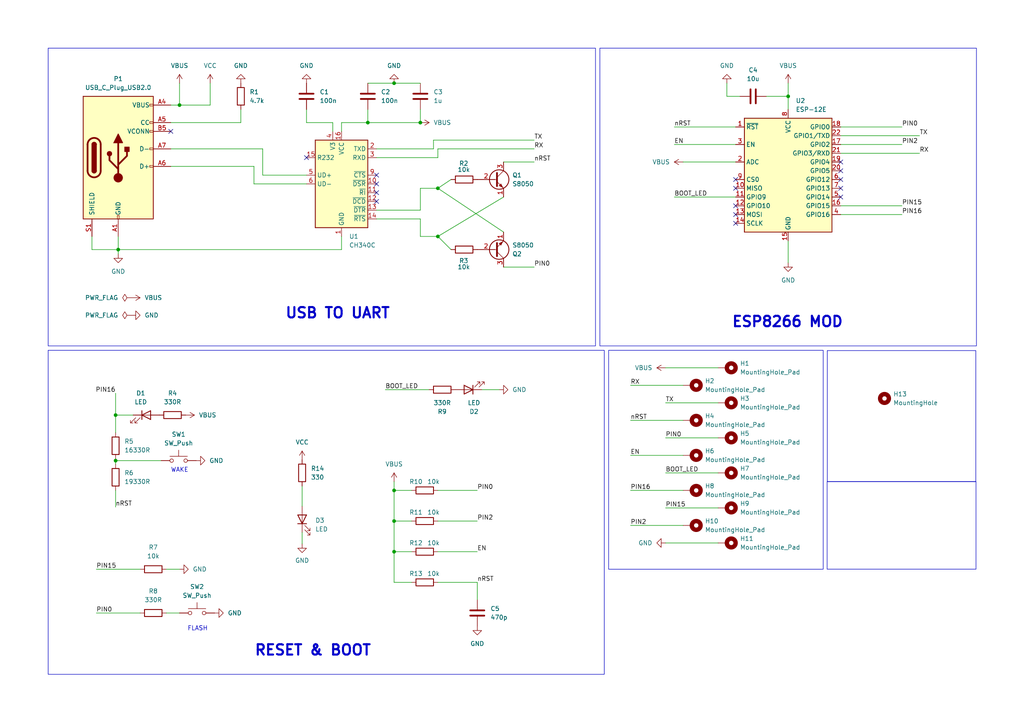
<source format=kicad_sch>
(kicad_sch (version 20230121) (generator eeschema)
  (paper "A4")
  (lib_symbols
    (symbol "Connector:USB_C_Plug_USB2.0" (pin_names (offset 1.016))
      (property "Reference" "P" (at -10.16 19.05 0))
      (property "Value" "USB_C_Plug_USB2.0" (at 12.7 19.05 0))
      (symbol "USB_C_Plug_USB2.0_0_0"
        (rectangle (start -0.254 -17.78) (end 0.254 -16.764))
        (rectangle (start 10.16 -2.286) (end 9.144 -2.794))
        (rectangle (start 10.16 2.794) (end 9.144 2.286))
        (rectangle (start 10.16 7.874) (end 9.144 7.366))
        (rectangle (start 10.16 10.414) (end 9.144 9.906))
        (rectangle (start 10.16 15.494) (end 9.144 14.986))
      )
      (symbol "USB_C_Plug_USB2.0_0_1"
        (rectangle (start -10.16 17.78) (end 10.16 -17.78) (stroke (width 0.254)) (fill (type background)))
        (arc (start -8.89 -3.81) (mid -6.985 -5.7067) (end -5.08 -3.81) (stroke (width 0.508)))
        (arc (start -7.62 -3.81) (mid -6.985 -4.4423) (end -6.35 -3.81) (stroke (width 0.254)))
        (arc (start -7.62 -3.81) (mid -6.985 -4.4423) (end -6.35 -3.81) (stroke (width 0.254)) (fill (type outline)))
        (rectangle (start -7.62 -3.81) (end -6.35 3.81) (stroke (width 0.254)) (fill (type outline)))
        (arc (start -6.35 3.81) (mid -6.985 4.4423) (end -7.62 3.81) (stroke (width 0.254)))
        (arc (start -6.35 3.81) (mid -6.985 4.4423) (end -7.62 3.81) (stroke (width 0.254)) (fill (type outline)))
        (arc (start -5.08 3.81) (mid -6.985 5.7067) (end -8.89 3.81) (stroke (width 0.508)))
        (circle (center -2.54 1.143) (radius 0.635) (stroke (width 0.254)) (fill (type outline)))
        (circle (center 0 -5.842) (radius 1.27) (fill (type outline)))
        (polyline (pts (xy -8.89 -3.81) (xy -8.89 3.81)) (stroke (width 0.508)))
        (polyline (pts (xy -5.08 3.81) (xy -5.08 -3.81)) (stroke (width 0.508)))
        (polyline (pts (xy 0 -5.842) (xy 0 4.318)) (stroke (width 0.508)))
        (polyline (pts (xy 0 -3.302) (xy -2.54 -0.762) (xy -2.54 0.508)) (stroke (width 0.508)))
        (polyline (pts (xy 0 -2.032) (xy 2.54 0.508) (xy 2.54 1.778)) (stroke (width 0.508)))
        (polyline (pts (xy -1.27 4.318) (xy 0 6.858) (xy 1.27 4.318) (xy -1.27 4.318)) (stroke (width 0.254)) (fill (type outline)))
        (rectangle (start 1.905 1.778) (end 3.175 3.048) (stroke (width 0.254)) (fill (type outline)))
      )
      (symbol "USB_C_Plug_USB2.0_1_1"
        (pin passive line (at 0 -22.86 90) (length 5.08) (name "GND") (number "A1"))
        (pin passive line (at 0 -22.86 90) (length 5.08) hide (name "GND") (number "A12"))
        (pin passive line (at 15.24 15.24 180) (length 5.08) (name "VBUS") (number "A4"))
        (pin bidirectional line (at 15.24 10.16 180) (length 5.08) (name "CC") (number "A5"))
        (pin bidirectional line (at 15.24 -2.54 180) (length 5.08) (name "D+") (number "A6"))
        (pin bidirectional line (at 15.24 2.54 180) (length 5.08) (name "D-") (number "A7"))
        (pin passive line (at 15.24 15.24 180) (length 5.08) hide (name "VBUS") (number "A9"))
        (pin passive line (at 0 -22.86 90) (length 5.08) hide (name "GND") (number "B1"))
        (pin passive line (at 0 -22.86 90) (length 5.08) hide (name "GND") (number "B12"))
        (pin passive line (at 15.24 15.24 180) (length 5.08) hide (name "VBUS") (number "B4"))
        (pin bidirectional line (at 15.24 7.62 180) (length 5.08) (name "VCONN") (number "B5"))
        (pin passive line (at 15.24 15.24 180) (length 5.08) hide (name "VBUS") (number "B9"))
        (pin passive line (at -7.62 -22.86 90) (length 5.08) (name "SHIELD") (number "S1"))
      )
    )
    (symbol "Device:C" (pin_numbers hide) (pin_names (offset 0.254))
      (property "Reference" "C" (at 0.635 2.54 0))
      (property "Value" "C" (at 0.635 -2.54 0))
      (symbol "C_0_1"
        (polyline (pts (xy -2.032 -0.762) (xy 2.032 -0.762)) (stroke (width 0.508)))
        (polyline (pts (xy -2.032 0.762) (xy 2.032 0.762)) (stroke (width 0.508)))
      )
      (symbol "C_1_1"
        (pin passive line (at 0 3.81 270) (length 2.794) (name "~") (number "1"))
        (pin passive line (at 0 -3.81 90) (length 2.794) (name "~") (number "2"))
      )
    )
    (symbol "Device:LED" (pin_numbers hide) (pin_names (offset 1.016) hide)
      (property "Reference" "D" (at 0 2.54 0))
      (property "Value" "LED" (at 0 -2.54 0))
      (symbol "LED_0_1"
        (polyline (pts (xy -1.27 -1.27) (xy -1.27 1.27)) (stroke (width 0.254)))
        (polyline (pts (xy -1.27 0) (xy 1.27 0)))
        (polyline (pts (xy 1.27 -1.27) (xy 1.27 1.27) (xy -1.27 0) (xy 1.27 -1.27)) (stroke (width 0.254)))
        (polyline (pts (xy -3.048 -0.762) (xy -4.572 -2.286) (xy -3.81 -2.286) (xy -4.572 -2.286) (xy -4.572 -1.524)))
        (polyline (pts (xy -1.778 -0.762) (xy -3.302 -2.286) (xy -2.54 -2.286) (xy -3.302 -2.286) (xy -3.302 -1.524)))
      )
      (symbol "LED_1_1"
        (pin passive line (at -3.81 0 0) (length 2.54) (name "K") (number "1"))
        (pin passive line (at 3.81 0 180) (length 2.54) (name "A") (number "2"))
      )
    )
    (symbol "Device:R" (pin_numbers hide) (pin_names (offset 0))
      (property "Reference" "R" (at 2.032 0 90))
      (property "Value" "R" (at 0 0 90))
      (symbol "R_0_1"
        (rectangle (start -1.016 -2.54) (end 1.016 2.54) (stroke (width 0.254)))
      )
      (symbol "R_1_1"
        (pin passive line (at 0 3.81 270) (length 1.27) (name "~") (number "1"))
        (pin passive line (at 0 -3.81 90) (length 1.27) (name "~") (number "2"))
      )
    )
    (symbol "Interface_USB:CH340C"
      (property "Reference" "U" (at -5.08 13.97 0))
      (property "Value" "CH340C" (at 1.27 13.97 0))
      (symbol "CH340C_0_1"
        (rectangle (start -7.62 12.7) (end 7.62 -12.7) (stroke (width 0.254)) (fill (type background)))
      )
      (symbol "CH340C_1_1"
        (pin power_in line (at 0 -15.24 90) (length 2.54) (name "GND") (number "1"))
        (pin input line (at 10.16 0 180) (length 2.54) (name "~{DSR}") (number "10"))
        (pin input line (at 10.16 -2.54 180) (length 2.54) (name "~{RI}") (number "11"))
        (pin input line (at 10.16 -5.08 180) (length 2.54) (name "~{DCD}") (number "12"))
        (pin output line (at 10.16 -7.62 180) (length 2.54) (name "~{DTR}") (number "13"))
        (pin output line (at 10.16 -10.16 180) (length 2.54) (name "~{RTS}") (number "14"))
        (pin input line (at -10.16 7.62 0) (length 2.54) (name "R232") (number "15"))
        (pin power_in line (at 0 15.24 270) (length 2.54) (name "VCC") (number "16"))
        (pin output line (at 10.16 10.16 180) (length 2.54) (name "TXD") (number "2"))
        (pin input line (at 10.16 7.62 180) (length 2.54) (name "RXD") (number "3"))
        (pin passive line (at -2.54 15.24 270) (length 2.54) (name "V3") (number "4"))
        (pin bidirectional line (at -10.16 2.54 0) (length 2.54) (name "UD+") (number "5"))
        (pin bidirectional line (at -10.16 0 0) (length 2.54) (name "UD-") (number "6"))
        (pin no_connect line (at -7.62 -7.62 0) (length 2.54) hide (name "NC") (number "7"))
        (pin no_connect line (at -7.62 -10.16 0) (length 2.54) hide (name "NC") (number "8"))
        (pin input line (at 10.16 2.54 180) (length 2.54) (name "~{CTS}") (number "9"))
      )
    )
    (symbol "Mechanical:MountingHole" (pin_names (offset 1.016))
      (property "Reference" "H" (at 0 5.08 0))
      (property "Value" "MountingHole" (at 0 3.175 0))
      (symbol "MountingHole_0_1"
        (circle (center 0 0) (radius 1.27) (stroke (width 1.27)))
      )
    )
    (symbol "Mechanical:MountingHole_Pad" (pin_numbers hide) (pin_names (offset 1.016) hide)
      (property "Reference" "H" (at 0 6.35 0))
      (property "Value" "MountingHole_Pad" (at 0 4.445 0))
      (symbol "MountingHole_Pad_0_1"
        (circle (center 0 1.27) (radius 1.27) (stroke (width 1.27)))
      )
      (symbol "MountingHole_Pad_1_1"
        (pin input line (at 0 -2.54 90) (length 2.54) (name "1") (number "1"))
      )
    )
    (symbol "RF_Module:ESP-12E_XPIN"
      (property "Reference" "U" (at -12.7 19.05 0))
      (property "Value" "ESP-12E" (at 12.7 19.05 0))
      (symbol "ESP-12E_XPIN_0_1"
        (rectangle (start -12.7 17.78) (end 12.7 -15.24) (stroke (width 0.254)) (fill (type background)))
      )
      (symbol "ESP-12E_XPIN_1_1"
        (pin input line (at -15.24 15.24 0) (length 2.54) (name "~{RST}") (number "1"))
        (pin bidirectional line (at -15.24 -2.54 0) (length 2.54) (name "MISO") (number "10"))
        (pin bidirectional line (at -15.24 -5.08 0) (length 2.54) (name "GPIO9") (number "11"))
        (pin bidirectional line (at -15.24 -7.62 0) (length 2.54) (name "GPIO10") (number "12"))
        (pin bidirectional line (at -15.24 -10.16 0) (length 2.54) (name "MOSI") (number "13"))
        (pin bidirectional line (at -15.24 -12.7 0) (length 2.54) (name "SCLK") (number "14"))
        (pin power_in line (at 0 -17.78 90) (length 2.54) (name "GND") (number "15"))
        (pin bidirectional line (at 15.24 -7.62 180) (length 2.54) (name "GPIO15") (number "16"))
        (pin bidirectional line (at 15.24 10.16 180) (length 2.54) (name "GPIO2") (number "17"))
        (pin bidirectional line (at 15.24 15.24 180) (length 2.54) (name "GPIO0") (number "18"))
        (pin bidirectional line (at 15.24 5.08 180) (length 2.54) (name "GPIO4") (number "19"))
        (pin input line (at -15.24 5.08 0) (length 2.54) (name "ADC") (number "2"))
        (pin bidirectional line (at 15.24 2.54 180) (length 2.54) (name "GPIO5") (number "20"))
        (pin bidirectional line (at 15.24 7.62 180) (length 2.54) (name "GPIO3/RXD") (number "21"))
        (pin bidirectional line (at 15.24 12.7 180) (length 2.54) (name "GPIO1/TXD") (number "22"))
        (pin input line (at -15.24 10.16 0) (length 2.54) (name "EN") (number "3"))
        (pin bidirectional line (at 15.24 -10.16 180) (length 2.54) (name "GPIO16") (number "4"))
        (pin bidirectional line (at 15.24 -5.08 180) (length 2.54) (name "GPIO14") (number "5"))
        (pin bidirectional line (at 15.24 0 180) (length 2.54) (name "GPIO12") (number "6"))
        (pin bidirectional line (at 15.24 -2.54 180) (length 2.54) (name "GPIO13") (number "7"))
        (pin power_in line (at 0 20.32 270) (length 2.54) (name "VCC") (number "8"))
        (pin input line (at -15.24 0 0) (length 2.54) (name "CS0") (number "9"))
      )
    )
    (symbol "Switch:SW_Push" (pin_numbers hide) (pin_names (offset 1.016) hide)
      (property "Reference" "SW" (at 1.27 2.54 0))
      (property "Value" "SW_Push" (at 0 -1.524 0))
      (symbol "SW_Push_0_1"
        (circle (center -2.032 0) (radius 0.508))
        (polyline (pts (xy 0 1.27) (xy 0 3.048)))
        (polyline (pts (xy 2.54 1.27) (xy -2.54 1.27)))
        (circle (center 2.032 0) (radius 0.508))
        (pin passive line (at -5.08 0 0) (length 2.54) (name "1") (number "1"))
        (pin passive line (at 5.08 0 180) (length 2.54) (name "2") (number "2"))
      )
    )
    (symbol "Transistor_BJT:S8050" (pin_names (offset 0) hide)
      (property "Reference" "Q" (at 5.08 1.905 0))
      (property "Value" "S8050" (at 5.08 0 0))
      (symbol "S8050_0_1"
        (polyline (pts (xy 0 0) (xy 0.635 0)))
        (polyline (pts (xy 0.635 0.635) (xy 2.54 2.54)))
        (polyline (pts (xy 0.635 -0.635) (xy 2.54 -2.54) (xy 2.54 -2.54)))
        (polyline (pts (xy 0.635 1.905) (xy 0.635 -1.905) (xy 0.635 -1.905)) (stroke (width 0.508)))
        (polyline (pts (xy 1.27 -1.778) (xy 1.778 -1.27) (xy 2.286 -2.286) (xy 1.27 -1.778) (xy 1.27 -1.778)) (fill (type outline)))
        (circle (center 1.27 0) (radius 2.8194) (stroke (width 0.254)))
      )
      (symbol "S8050_1_1"
        (pin passive line (at 2.54 -5.08 90) (length 2.54) (name "E") (number "1"))
        (pin input line (at -5.08 0 0) (length 5.08) (name "B") (number "2"))
        (pin passive line (at 2.54 5.08 270) (length 2.54) (name "C") (number "3"))
      )
    )
    (symbol "power:GND" (power) (pin_names (offset 0))
      (property "Value" "GND" (at 0 -3.81 0))
      (symbol "GND_0_1"
        (polyline (pts (xy 0 0) (xy 0 -1.27) (xy 1.27 -1.27) (xy 0 -2.54) (xy -1.27 -1.27) (xy 0 -1.27)))
      )
      (symbol "GND_1_1"
        (pin power_in line (at 0 0 270) (length 0) hide (name "GND") (number "1"))
      )
    )
    (symbol "power:PWR_FLAG" (power) (pin_numbers hide) (pin_names (offset 0) hide)
      (property "Value" "PWR_FLAG" (at 0 3.81 0))
      (symbol "PWR_FLAG_0_0"
        (pin power_out line (at 0 0 90) (length 0) (name "pwr") (number "1"))
      )
      (symbol "PWR_FLAG_0_1"
        (polyline (pts (xy 0 0) (xy 0 1.27) (xy -1.016 1.905) (xy 0 2.54) (xy 1.016 1.905) (xy 0 1.27)))
      )
    )
    (symbol "power:VBUS" (power) (pin_names (offset 0))
      (property "Value" "VBUS" (at 0 3.81 0))
      (symbol "VBUS_0_1"
        (polyline (pts (xy -0.762 1.27) (xy 0 2.54)))
        (polyline (pts (xy 0 0) (xy 0 2.54)))
        (polyline (pts (xy 0 2.54) (xy 0.762 1.27)))
      )
      (symbol "VBUS_1_1"
        (pin power_in line (at 0 0 90) (length 0) hide (name "VBUS") (number "1"))
      )
    )
    (symbol "power:VCC" (power) (pin_names (offset 0))
      (property "Value" "VCC" (at 0 3.81 0))
      (symbol "VCC_0_1"
        (polyline (pts (xy -0.762 1.27) (xy 0 2.54)))
        (polyline (pts (xy 0 0) (xy 0 2.54)))
        (polyline (pts (xy 0 2.54) (xy 0.762 1.27)))
      )
      (symbol "VCC_1_1"
        (pin power_in line (at 0 0 90) (length 0) hide (name "VCC") (number "1"))
      )
    )
  )
  (junction (at 52.07 30.48))
  (junction (at 33.528 133.604))
  (junction (at 114.3 24.13))
  (junction (at 114.3 151.13))
  (junction (at 228.6 27.94))
  (junction (at 114.3 142.24))
  (junction (at 33.528 120.396))
  (junction (at 127 54.61))
  (junction (at 114.3 160.02))
  (junction (at 127 68.58))
  (junction (at 121.92 35.56))
  (junction (at 34.29 72.39))
  (junction (at 106.68 35.56))
  (no_connect (at 213.36 64.77))
  (no_connect (at 109.22 53.34))
  (no_connect (at 49.53 38.1))
  (no_connect (at 109.22 58.42))
  (no_connect (at 243.84 52.07))
  (no_connect (at 88.9 45.72))
  (no_connect (at 243.84 49.53))
  (no_connect (at 243.84 54.61))
  (no_connect (at 243.84 57.15))
  (no_connect (at 213.36 54.61))
  (no_connect (at 109.22 55.88))
  (no_connect (at 213.36 52.07))
  (no_connect (at 109.22 50.8))
  (no_connect (at 213.36 62.23))
  (no_connect (at 213.36 59.69))
  (no_connect (at 243.84 46.99))
  (wire (pts (xy 127 151.13) (xy 138.43 151.13)))
  (wire (pts (xy 127 68.58) (xy 130.81 72.39)))
  (wire (pts (xy 198.12 46.99) (xy 213.36 46.99)))
  (wire (pts (xy 121.92 68.58) (xy 127 68.58)))
  (wire (pts (xy 127 160.02) (xy 138.43 160.02)))
  (wire (pts (xy 99.06 68.58) (xy 99.06 72.39)))
  (wire (pts (xy 195.58 57.15) (xy 213.36 57.15)))
  (wire (pts (xy 146.05 46.99) (xy 154.94 46.99)))
  (wire (pts (xy 127 43.18) (xy 127 45.72)))
  (wire (pts (xy 146.05 77.47) (xy 154.94 77.47)))
  (wire (pts (xy 114.3 142.24) (xy 119.38 142.24)))
  (wire (pts (xy 49.53 48.26) (xy 73.66 48.26)))
  (wire (pts (xy 96.52 38.1) (xy 96.52 35.56)))
  (wire (pts (xy 125.73 40.64) (xy 154.94 40.64)))
  (wire (pts (xy 121.92 54.61) (xy 127 54.61)))
  (wire (pts (xy 99.06 72.39) (xy 34.29 72.39)))
  (wire (pts (xy 114.3 151.13) (xy 114.3 160.02)))
  (wire (pts (xy 114.3 24.13) (xy 121.92 24.13)))
  (wire (pts (xy 96.52 35.56) (xy 88.9 35.56)))
  (wire (pts (xy 114.3 151.13) (xy 119.38 151.13)))
  (wire (pts (xy 121.92 35.56) (xy 121.92 31.75)))
  (wire (pts (xy 69.85 35.56) (xy 69.85 31.75)))
  (wire (pts (xy 125.73 43.18) (xy 109.22 43.18)))
  (wire (pts (xy 114.3 142.24) (xy 114.3 151.13)))
  (wire (pts (xy 127 168.91) (xy 138.43 168.91)))
  (wire (pts (xy 243.84 39.37) (xy 266.7 39.37)))
  (wire (pts (xy 52.07 30.48) (xy 60.96 30.48)))
  (wire (pts (xy 33.528 114.046) (xy 33.528 120.396)))
  (wire (pts (xy 106.68 35.56) (xy 121.92 35.56)))
  (wire (pts (xy 121.92 60.96) (xy 121.92 54.61)))
  (wire (pts (xy 195.58 36.83) (xy 213.36 36.83)))
  (wire (pts (xy 243.84 44.45) (xy 266.7 44.45)))
  (wire (pts (xy 182.88 152.4) (xy 198.12 152.4)))
  (wire (pts (xy 49.53 35.56) (xy 69.85 35.56)))
  (wire (pts (xy 195.58 41.91) (xy 213.36 41.91)))
  (wire (pts (xy 33.528 142.24) (xy 33.528 147.066)))
  (wire (pts (xy 182.88 132.08) (xy 198.12 132.08)))
  (wire (pts (xy 109.22 63.5) (xy 121.92 63.5)))
  (wire (pts (xy 228.6 69.85) (xy 228.6 76.2)))
  (wire (pts (xy 114.3 160.02) (xy 114.3 168.91)))
  (wire (pts (xy 27.94 177.8) (xy 40.64 177.8)))
  (wire (pts (xy 182.88 142.24) (xy 198.12 142.24)))
  (wire (pts (xy 193.04 127) (xy 208.28 127)))
  (wire (pts (xy 127 43.18) (xy 154.94 43.18)))
  (wire (pts (xy 146.05 67.31) (xy 127 54.61)))
  (wire (pts (xy 138.43 168.91) (xy 138.43 173.99)))
  (wire (pts (xy 34.29 68.58) (xy 34.29 72.39)))
  (wire (pts (xy 243.84 36.83) (xy 261.62 36.83)))
  (wire (pts (xy 114.3 160.02) (xy 119.38 160.02)))
  (wire (pts (xy 48.26 177.8) (xy 52.07 177.8)))
  (wire (pts (xy 127 54.61) (xy 130.81 52.07)))
  (wire (pts (xy 125.73 40.64) (xy 125.73 43.18)))
  (wire (pts (xy 106.68 24.13) (xy 114.3 24.13)))
  (wire (pts (xy 34.29 72.39) (xy 34.29 73.66)))
  (wire (pts (xy 193.04 157.48) (xy 208.28 157.48)))
  (wire (pts (xy 193.04 106.68) (xy 208.28 106.68)))
  (wire (pts (xy 210.82 27.94) (xy 210.82 24.13)))
  (wire (pts (xy 49.53 30.48) (xy 52.07 30.48)))
  (wire (pts (xy 243.84 41.91) (xy 261.62 41.91)))
  (wire (pts (xy 182.88 111.76) (xy 198.12 111.76)))
  (wire (pts (xy 114.3 168.91) (xy 119.38 168.91)))
  (wire (pts (xy 88.9 35.56) (xy 88.9 31.75)))
  (wire (pts (xy 214.63 27.94) (xy 210.82 27.94)))
  (wire (pts (xy 26.67 72.39) (xy 34.29 72.39)))
  (wire (pts (xy 228.6 24.13) (xy 228.6 27.94)))
  (wire (pts (xy 33.528 133.604) (xy 33.528 133.096)))
  (wire (pts (xy 48.26 165.1) (xy 52.07 165.1)))
  (wire (pts (xy 114.3 139.7) (xy 114.3 142.24)))
  (wire (pts (xy 49.53 43.18) (xy 76.2 43.18)))
  (wire (pts (xy 127 45.72) (xy 109.22 45.72)))
  (wire (pts (xy 146.05 57.15) (xy 127 68.58)))
  (wire (pts (xy 38.608 120.396) (xy 33.528 120.396)))
  (wire (pts (xy 26.67 68.58) (xy 26.67 72.39)))
  (wire (pts (xy 76.2 43.18) (xy 76.2 50.8)))
  (wire (pts (xy 87.63 154.432) (xy 87.63 157.734)))
  (wire (pts (xy 127 142.24) (xy 138.43 142.24)))
  (wire (pts (xy 111.76 113.03) (xy 124.46 113.03)))
  (wire (pts (xy 121.92 63.5) (xy 121.92 68.58)))
  (wire (pts (xy 27.94 165.1) (xy 40.64 165.1)))
  (wire (pts (xy 193.04 147.32) (xy 208.28 147.32)))
  (wire (pts (xy 99.06 38.1) (xy 99.06 35.56)))
  (wire (pts (xy 228.6 27.94) (xy 228.6 31.75)))
  (wire (pts (xy 182.88 121.92) (xy 198.12 121.92)))
  (wire (pts (xy 193.04 137.16) (xy 208.28 137.16)))
  (wire (pts (xy 73.66 48.26) (xy 73.66 53.34)))
  (wire (pts (xy 60.96 24.13) (xy 60.96 30.48)))
  (wire (pts (xy 106.68 31.75) (xy 106.68 35.56)))
  (wire (pts (xy 33.528 133.604) (xy 46.736 133.604)))
  (wire (pts (xy 243.84 62.23) (xy 261.62 62.23)))
  (wire (pts (xy 222.25 27.94) (xy 228.6 27.94)))
  (wire (pts (xy 99.06 35.56) (xy 106.68 35.56)))
  (wire (pts (xy 33.528 120.396) (xy 33.528 125.476)))
  (wire (pts (xy 73.66 53.34) (xy 88.9 53.34)))
  (wire (pts (xy 33.528 134.62) (xy 33.528 133.604)))
  (wire (pts (xy 139.7 113.03) (xy 144.78 113.03)))
  (wire (pts (xy 76.2 50.8) (xy 88.9 50.8)))
  (wire (pts (xy 52.07 30.48) (xy 52.07 24.13)))
  (wire (pts (xy 87.63 146.812) (xy 87.63 140.97)))
  (wire (pts (xy 193.04 116.84) (xy 208.28 116.84)))
  (wire (pts (xy 243.84 59.69) (xy 261.62 59.69)))
  (wire (pts (xy 109.22 60.96) (xy 121.92 60.96)))
  (rectangle (start 173.99 13.97) (end 283.21 100.33))
  (rectangle (start 13.97 13.97) (end 172.72 100.33))
  (rectangle (start 239.8985 139.6852) (end 283.0785 165.0852))
  (rectangle (start 13.97 101.6) (end 175.26 195.58))
  (rectangle (start 239.9453 101.6752) (end 283.0259 139.7))
  (rectangle (start 176.53 101.6) (end 238.76 165.1))
  (text "WAKE\n" (at 49.53 137.16 0) (effects (font (size 1.27 1.27)) (justify left bottom)))
  (text "ESP8266 MOD\n" (at 212.09 95.25 0) (effects (font (size 3 3) (thickness 0.6) bold) (justify left bottom)))
  (text "USB TO UART\n" (at 82.55 92.71 0) (effects (font (size 3 3) (thickness 0.6) bold) (justify left bottom)))
  (text "RESET & BOOT\n" (at 73.66 190.5 0) (effects (font (size 3 3) (thickness 0.6) bold) (justify left bottom)))
  (text "FLASH\n" (at 54.356 183.134 0) (effects (font (size 1.27 1.27)) (justify left bottom)))
  (label "PIN2" (at 182.88 152.4 0))
  (label "EN" (at 195.58 41.91 0))
  (label "RX" (at 154.94 43.18 0))
  (label "nRST" (at 33.528 147.066 0))
  (label "PIN0" (at 138.43 142.24 0))
  (label "PIN16" (at 261.62 62.23 0))
  (label "BOOT_LED" (at 195.58 57.15 0))
  (label "PIN0" (at 27.94 177.8 0))
  (label "TX" (at 266.7 39.37 0))
  (label "TX" (at 193.04 116.84 0))
  (label "PIN15" (at 27.94 165.1 0))
  (label "PIN2" (at 138.43 151.13 0))
  (label "nRST" (at 195.58 36.83 0))
  (label "RX" (at 266.7 44.45 0))
  (label "EN" (at 138.43 160.02 0))
  (label "BOOT_LED" (at 111.76 113.03 0))
  (label "PIN16" (at 33.528 114.046 180))
  (label "PIN16" (at 182.88 142.24 0))
  (label "BOOT_LED" (at 193.04 137.16 0))
  (label "nRST" (at 182.88 121.92 0))
  (label "PIN15" (at 261.62 59.69 0))
  (label "TX" (at 154.94 40.64 0))
  (label "PIN0" (at 154.94 77.47 0))
  (label "PIN0" (at 261.62 36.83 0))
  (label "PIN15" (at 193.04 147.32 0))
  (label "PIN2" (at 261.62 41.91 0))
  (label "EN" (at 182.88 132.08 0))
  (label "RX" (at 182.88 111.76 0))
  (label "nRST" (at 154.94 46.99 0))
  (label "nRST" (at 138.43 168.91 0))
  (label "PIN0" (at 193.04 127 0))
  (symbol (lib_id "Device:LED") (at 135.89 113.03 180) (unit 1)
    (property "Reference" "D2" (at 137.4775 119.38 0))
    (property "Value" "LED" (at 137.4775 116.84 0))
    (property "Footprint" "LED_THT:LED_D5.0mm" (effects hide))
  )
  (symbol (lib_id "Switch:SW_Push") (at 51.816 133.604 0) (mirror y) (unit 1)
    (property "Reference" "SW1" (at 51.816 125.984 0))
    (property "Value" "SW_Push" (at 51.816 128.524 0))
    (property "Footprint" "Button_Switch_THT:SW_PUSH-12mm_Wuerth-430476085716" (effects hide))
  )
  (symbol (lib_id "Mechanical:MountingHole") (at 256.54 115.57 0) (unit 1)
    (property "Reference" "H13" (at 259.08 114.3 0) (effects (justify left)))
    (property "Value" "MountingHole" (at 259.08 116.84 0) (effects (justify left)))
    (property "Footprint" "MountingHole:MountingHole_3.7mm" (effects hide))
  )
  (symbol (lib_id "Device:R") (at 123.19 142.24 90) (unit 1)
    (property "Reference" "R10" (at 120.65 139.7 90))
    (property "Value" "10k" (at 125.73 139.7 90))
    (property "Footprint" "Resistor_THT:R_Axial_DIN0204_L3.6mm_D1.6mm_P5.08mm_Horizontal" (effects hide))
  )
  (symbol (lib_id "Mechanical:MountingHole_Pad") (at 200.66 152.4 270) (unit 1)
    (property "Reference" "H10" (at 204.47 151.13 90) (effects (justify left)))
    (property "Value" "MountingHole_Pad" (at 204.47 153.67 90) (effects (justify left)))
    (property "Footprint" "MountingHole:MountingHole_2.2mm_M2_Pad_Via" (effects hide))
  )
  (symbol (lib_id "power:GND") (at 87.63 157.734 0) (unit 1)
    (property "Reference" "#PWR018" (effects hide))
    (property "Value" "GND" (at 87.63 162.56 0))
  )
  (symbol (lib_id "Device:R") (at 134.62 72.39 90) (unit 1)
    (property "Reference" "R3" (at 134.5164 75.6342 90))
    (property "Value" "10k" (at 134.5164 77.4277 90))
    (property "Footprint" "Resistor_THT:R_Axial_DIN0204_L3.6mm_D1.6mm_P5.08mm_Horizontal" (effects hide))
  )
  (symbol (lib_id "power:VBUS") (at 52.07 24.13 0) (unit 1)
    (property "Reference" "#PWR02" (effects hide))
    (property "Value" "VBUS" (at 52.07 19.05 0))
  )
  (symbol (lib_id "power:GND") (at 38.1 91.44 90) (unit 1)
    (property "Reference" "#PWR024" (effects hide))
    (property "Value" "GND" (at 41.91 91.44 90) (effects (justify right)))
  )
  (symbol (lib_id "power:GND") (at 56.896 133.604 90) (mirror x) (unit 1)
    (property "Reference" "#PWR012" (effects hide))
    (property "Value" "GND" (at 60.706 133.604 90) (effects (justify right)))
  )
  (symbol (lib_id "Device:C") (at 106.68 27.94 0) (unit 1)
    (property "Reference" "C2" (at 110.49 26.67 0) (effects (justify left)))
    (property "Value" "100n" (at 110.49 29.21 0) (effects (justify left)))
    (property "Footprint" "Capacitor_THT:C_Axial_L3.8mm_D2.6mm_P7.50mm_Horizontal" (effects hide))
  )
  (symbol (lib_id "Mechanical:MountingHole_Pad") (at 210.82 116.84 270) (unit 1)
    (property "Reference" "H3" (at 214.63 115.57 90) (effects (justify left)))
    (property "Value" "MountingHole_Pad" (at 214.63 118.11 90) (effects (justify left)))
    (property "Footprint" "MountingHole:MountingHole_2.2mm_M2_Pad_Via" (effects hide))
  )
  (symbol (lib_id "Device:R") (at 87.63 137.16 0) (unit 1)
    (property "Reference" "R14" (at 90.17 135.89 0) (effects (justify left)))
    (property "Value" "330" (at 90.17 138.43 0) (effects (justify left)))
    (property "Footprint" "Resistor_THT:R_Axial_DIN0204_L3.6mm_D1.6mm_P5.08mm_Horizontal" (effects hide))
  )
  (symbol (lib_id "Device:C") (at 218.44 27.94 90) (unit 1)
    (property "Reference" "C4" (at 218.44 20.32 90))
    (property "Value" "10u" (at 218.44 22.86 90))
    (property "Footprint" "Capacitor_THT:C_Axial_L3.8mm_D2.6mm_P7.50mm_Horizontal" (effects hide))
  )
  (symbol (lib_id "Device:R") (at 134.62 52.07 90) (unit 1)
    (property "Reference" "R2" (at 134.5164 47.4041 90))
    (property "Value" "10k" (at 134.5164 49.1976 90))
    (property "Footprint" "Resistor_THT:R_Axial_DIN0204_L3.6mm_D1.6mm_P5.08mm_Horizontal" (effects hide))
  )
  (symbol (lib_id "Device:R") (at 123.19 160.02 90) (unit 1)
    (property "Reference" "R12" (at 120.65 157.48 90))
    (property "Value" "10k" (at 125.73 157.48 90))
    (property "Footprint" "Resistor_THT:R_Axial_DIN0204_L3.6mm_D1.6mm_P5.08mm_Horizontal" (effects hide))
  )
  (symbol (lib_id "Device:R") (at 128.27 113.03 90) (unit 1)
    (property "Reference" "R9" (at 128.27 119.38 90))
    (property "Value" "330R" (at 128.27 116.84 90))
    (property "Footprint" "Resistor_THT:R_Axial_DIN0204_L3.6mm_D1.6mm_P5.08mm_Horizontal" (effects hide))
  )
  (symbol (lib_id "Connector:USB_C_Plug_USB2.0") (at 34.29 45.72 0) (unit 1)
    (property "Reference" "P1" (at 34.29 22.86 0))
    (property "Value" "USB_C_Plug_USB2.0" (at 34.29 25.4 0))
    (property "Footprint" "Library:TYPE-C 16PIN 2MD(073)" (effects hide))
    (property "Datasheet" "https://www.usb.org/sites/default/files/documents/usb_type-c.zip" (effects hide))
  )
  (symbol (lib_id "power:GND") (at 144.78 113.03 90) (unit 1)
    (property "Reference" "#PWR015" (effects hide))
    (property "Value" "GND" (at 148.59 113.03 90) (effects (justify right)))
  )
  (symbol (lib_id "power:GND") (at 88.9 24.13 180) (unit 1)
    (property "Reference" "#PWR05" (effects hide))
    (property "Value" "GND" (at 88.9 19.05 0))
  )
  (symbol (lib_id "power:VBUS") (at 121.92 35.56 270) (unit 1)
    (property "Reference" "#PWR020" (effects hide))
    (property "Value" "VBUS" (at 125.73 35.56 90) (effects (justify left)))
  )
  (symbol (lib_id "Mechanical:MountingHole_Pad") (at 200.66 142.24 270) (unit 1)
    (property "Reference" "H8" (at 204.47 140.97 90) (effects (justify left)))
    (property "Value" "MountingHole_Pad" (at 204.47 143.51 90) (effects (justify left)))
    (property "Footprint" "MountingHole:MountingHole_2.2mm_M2_Pad_Via" (effects hide))
  )
  (symbol (lib_id "power:GND") (at 69.85 24.13 180) (unit 1)
    (property "Reference" "#PWR04" (effects hide))
    (property "Value" "GND" (at 69.85 19.05 0))
  )
  (symbol (lib_id "power:GND") (at 193.04 157.48 270) (unit 1)
    (property "Reference" "#PWR022" (effects hide))
    (property "Value" "GND" (at 189.23 157.48 90) (effects (justify right)))
  )
  (symbol (lib_id "power:GND") (at 62.23 177.8 90) (unit 1)
    (property "Reference" "#PWR014" (effects hide))
    (property "Value" "GND" (at 66.04 177.8 90) (effects (justify right)))
  )
  (symbol (lib_id "Mechanical:MountingHole_Pad") (at 210.82 147.32 270) (unit 1)
    (property "Reference" "H9" (at 214.63 146.05 90) (effects (justify left)))
    (property "Value" "MountingHole_Pad" (at 214.63 148.59 90) (effects (justify left)))
    (property "Footprint" "MountingHole:MountingHole_2.2mm_M2_Pad_Via" (effects hide))
  )
  (symbol (lib_id "power:VBUS") (at 53.848 120.396 270) (unit 1)
    (property "Reference" "#PWR011" (effects hide))
    (property "Value" "VBUS" (at 57.658 120.396 90) (effects (justify left)))
  )
  (symbol (lib_id "Device:LED") (at 42.418 120.396 0) (unit 1)
    (property "Reference" "D1" (at 40.8305 114.046 0))
    (property "Value" "LED" (at 40.8305 116.586 0))
    (property "Footprint" "LED_THT:LED_D5.0mm" (effects hide))
  )
  (symbol (lib_id "Mechanical:MountingHole_Pad") (at 210.82 106.68 270) (unit 1)
    (property "Reference" "H1" (at 214.63 105.41 90) (effects (justify left)))
    (property "Value" "MountingHole_Pad" (at 214.63 107.95 90) (effects (justify left)))
    (property "Footprint" "MountingHole:MountingHole_2.2mm_M2_Pad_Via" (effects hide))
  )
  (symbol (lib_id "Mechanical:MountingHole_Pad") (at 200.66 121.92 270) (unit 1)
    (property "Reference" "H4" (at 204.47 120.65 90) (effects (justify left)))
    (property "Value" "MountingHole_Pad" (at 204.47 123.19 90) (effects (justify left)))
    (property "Footprint" "MountingHole:MountingHole_2.2mm_M2_Pad_Via" (effects hide))
  )
  (symbol (lib_id "Device:R") (at 123.19 151.13 90) (unit 1)
    (property "Reference" "R11" (at 120.65 148.59 90))
    (property "Value" "10k" (at 125.73 148.59 90))
    (property "Footprint" "Resistor_THT:R_Axial_DIN0204_L3.6mm_D1.6mm_P5.08mm_Horizontal" (effects hide))
  )
  (symbol (lib_id "Device:R") (at 44.45 177.8 90) (unit 1)
    (property "Reference" "R8" (at 44.45 171.45 90))
    (property "Value" "330R" (at 44.45 173.99 90))
    (property "Footprint" "Resistor_THT:R_Axial_DIN0204_L3.6mm_D1.6mm_P5.08mm_Horizontal" (effects hide))
  )
  (symbol (lib_id "power:PWR_FLAG") (at 38.1 91.44 90) (unit 1)
    (property "Reference" "#FLG02" (effects hide))
    (property "Value" "PWR_FLAG" (at 34.29 91.44 90) (effects (justify left)))
  )
  (symbol (lib_id "Mechanical:MountingHole_Pad") (at 210.82 127 270) (unit 1)
    (property "Reference" "H5" (at 214.63 125.73 90) (effects (justify left)))
    (property "Value" "MountingHole_Pad" (at 214.63 128.27 90) (effects (justify left)))
    (property "Footprint" "MountingHole:MountingHole_2.2mm_M2_Pad_Via" (effects hide))
  )
  (symbol (lib_id "Device:R") (at 44.45 165.1 90) (unit 1)
    (property "Reference" "R7" (at 44.45 158.75 90))
    (property "Value" "10k" (at 44.45 161.29 90))
    (property "Footprint" "Resistor_THT:R_Axial_DIN0204_L3.6mm_D1.6mm_P5.08mm_Horizontal" (effects hide))
  )
  (symbol (lib_id "power:VBUS") (at 228.6 24.13 0) (unit 1)
    (property "Reference" "#PWR07" (effects hide))
    (property "Value" "VBUS" (at 228.6 19.05 0))
  )
  (symbol (lib_id "power:VBUS") (at 198.12 46.99 90) (unit 1)
    (property "Reference" "#PWR010" (effects hide))
    (property "Value" "VBUS" (at 194.31 46.99 90) (effects (justify left)))
  )
  (symbol (lib_id "Mechanical:MountingHole_Pad") (at 200.66 132.08 270) (unit 1)
    (property "Reference" "H6" (at 204.47 130.81 90) (effects (justify left)))
    (property "Value" "MountingHole_Pad" (at 204.47 133.35 90) (effects (justify left)))
    (property "Footprint" "MountingHole:MountingHole_2.2mm_M2_Pad_Via" (effects hide))
  )
  (symbol (lib_id "Device:C") (at 88.9 27.94 0) (unit 1)
    (property "Reference" "C1" (at 92.71 26.67 0) (effects (justify left)))
    (property "Value" "100n" (at 92.71 29.21 0) (effects (justify left)))
    (property "Footprint" "Capacitor_THT:C_Axial_L3.8mm_D2.6mm_P7.50mm_Horizontal" (effects hide))
  )
  (symbol (lib_id "power:GND") (at 138.43 181.61 0) (unit 1)
    (property "Reference" "#PWR017" (effects hide))
    (property "Value" "GND" (at 138.43 186.69 0))
  )
  (symbol (lib_id "power:VBUS") (at 114.3 139.7 0) (unit 1)
    (property "Reference" "#PWR016" (effects hide))
    (property "Value" "VBUS" (at 114.3 134.62 0))
  )
  (symbol (lib_id "power:VBUS") (at 38.1 86.36 270) (unit 1)
    (property "Reference" "#PWR023" (effects hide))
    (property "Value" "VBUS" (at 41.91 86.36 90) (effects (justify left)))
  )
  (symbol (lib_id "Interface_USB:CH340C") (at 99.06 53.34 0) (unit 1)
    (property "Reference" "U1" (at 101.2541 68.58 0) (effects (justify left)))
    (property "Value" "CH340C" (at 101.2541 71.12 0) (effects (justify left)))
    (property "Footprint" "Package_SO:SOIC-16_3.9x9.9mm_P1.27mm" (effects hide))
    (property "Datasheet" "https://datasheet.lcsc.com/szlcsc/Jiangsu-Qin-Heng-CH340C_C84681.pdf" (effects hide))
  )
  (symbol (lib_id "RF_Module:ESP-12E_XPIN") (at 228.6 52.07 0) (unit 1)
    (property "Reference" "U2" (at 230.7941 29.21 0) (effects (justify left)))
    (property "Value" "ESP-12E" (at 230.7941 31.75 0) (effects (justify left)))
    (property "Footprint" "RF_Module:ESP-12E_XPIN" (effects hide))
    (property "Datasheet" "http://wiki.ai-thinker.com/_media/esp8266/esp8266_series_modules_user_manual_v1.1.pdf" (effects hide))
  )
  (symbol (lib_id "power:GND") (at 114.3 24.13 180) (unit 1)
    (property "Reference" "#PWR06" (effects hide))
    (property "Value" "GND" (at 114.3 19.05 0))
  )
  (symbol (lib_id "Device:R") (at 33.528 129.286 0) (unit 1)
    (property "Reference" "R5" (at 36.068 128.016 0) (effects (justify left)))
    (property "Value" "16330R" (at 36.068 130.556 0) (effects (justify left)))
    (property "Footprint" "Resistor_THT:R_Axial_DIN0204_L3.6mm_D1.6mm_P5.08mm_Horizontal" (effects hide))
  )
  (symbol (lib_id "Device:LED") (at 87.63 150.622 90) (unit 1)
    (property "Reference" "D3" (at 91.44 150.9395 90) (effects (justify right)))
    (property "Value" "LED" (at 91.44 153.4795 90) (effects (justify right)))
    (property "Footprint" "LED_THT:LED_D5.0mm" (effects hide))
  )
  (symbol (lib_id "Device:C") (at 121.92 27.94 0) (unit 1)
    (property "Reference" "C3" (at 125.73 26.67 0) (effects (justify left)))
    (property "Value" "1u" (at 125.73 29.21 0) (effects (justify left)))
    (property "Footprint" "Capacitor_THT:C_Axial_L3.8mm_D2.6mm_P7.50mm_Horizontal" (effects hide))
  )
  (symbol (lib_id "Mechanical:MountingHole_Pad") (at 200.66 111.76 270) (unit 1)
    (property "Reference" "H2" (at 204.47 110.49 90) (effects (justify left)))
    (property "Value" "MountingHole_Pad" (at 204.47 113.03 90) (effects (justify left)))
    (property "Footprint" "MountingHole:MountingHole_2.2mm_M2_Pad_Via" (effects hide))
  )
  (symbol (lib_id "power:GND") (at 52.07 165.1 90) (unit 1)
    (property "Reference" "#PWR013" (effects hide))
    (property "Value" "GND" (at 55.88 165.1 90) (effects (justify right)))
  )
  (symbol (lib_id "Device:R") (at 33.528 138.43 0) (unit 1)
    (property "Reference" "R6" (at 36.068 137.16 0) (effects (justify left)))
    (property "Value" "19330R" (at 36.068 139.7 0) (effects (justify left)))
    (property "Footprint" "Resistor_THT:R_Axial_DIN0204_L3.6mm_D1.6mm_P5.08mm_Horizontal" (effects hide))
  )
  (symbol (lib_id "power:VCC") (at 60.96 24.13 0) (unit 1)
    (property "Reference" "#PWR03" (effects hide))
    (property "Value" "VCC" (at 60.96 19.05 0))
  )
  (symbol (lib_id "power:VBUS") (at 193.04 106.68 90) (unit 1)
    (property "Reference" "#PWR021" (effects hide))
    (property "Value" "VBUS" (at 189.23 106.68 90) (effects (justify left)))
  )
  (symbol (lib_id "Transistor_BJT:S8050") (at 143.51 52.07 0) (unit 1)
    (property "Reference" "Q1" (at 148.59 50.8 0) (effects (justify left)))
    (property "Value" "S8050" (at 148.59 53.34 0) (effects (justify left)))
    (property "Footprint" "Package_TO_SOT_THT:TO-92_Inline" (effects hide))
    (property "Datasheet" "http://www.unisonic.com.tw/datasheet/S8050.pdf" (effects hide))
  )
  (symbol (lib_id "Mechanical:MountingHole_Pad") (at 210.82 157.48 270) (unit 1)
    (property "Reference" "H11" (at 214.63 156.21 90) (effects (justify left)))
    (property "Value" "MountingHole_Pad" (at 214.63 158.75 90) (effects (justify left)))
    (property "Footprint" "MountingHole:MountingHole_2.2mm_M2_Pad_Via" (effects hide))
  )
  (symbol (lib_id "power:PWR_FLAG") (at 38.1 86.36 90) (unit 1)
    (property "Reference" "#FLG01" (effects hide))
    (property "Value" "PWR_FLAG" (at 34.29 86.36 90) (effects (justify left)))
  )
  (symbol (lib_id "power:VCC") (at 87.63 133.35 0) (unit 1)
    (property "Reference" "#PWR019" (effects hide))
    (property "Value" "VCC" (at 87.63 128.27 0))
  )
  (symbol (lib_id "Mechanical:MountingHole_Pad") (at 210.82 137.16 270) (unit 1)
    (property "Reference" "H7" (at 214.63 135.89 90) (effects (justify left)))
    (property "Value" "MountingHole_Pad" (at 214.63 138.43 90) (effects (justify left)))
    (property "Footprint" "MountingHole:MountingHole_2.2mm_M2_Pad_Via" (effects hide))
  )
  (symbol (lib_id "Device:R") (at 69.85 27.94 180) (unit 1)
    (property "Reference" "R1" (at 72.39 26.67 0) (effects (justify right)))
    (property "Value" "4.7k" (at 72.39 29.21 0) (effects (justify right)))
    (property "Footprint" "Resistor_THT:R_Axial_DIN0204_L3.6mm_D1.6mm_P5.08mm_Horizontal" (effects hide))
  )
  (symbol (lib_id "Device:R") (at 123.19 168.91 90) (unit 1)
    (property "Reference" "R13" (at 120.65 166.37 90))
    (property "Value" "10k" (at 125.73 166.37 90))
    (property "Footprint" "Resistor_THT:R_Axial_DIN0204_L3.6mm_D1.6mm_P5.08mm_Horizontal" (effects hide))
  )
  (symbol (lib_id "Device:R") (at 50.038 120.396 270) (unit 1)
    (property "Reference" "R4" (at 50.038 114.046 90))
    (property "Value" "330R" (at 50.038 116.586 90))
    (property "Footprint" "Resistor_THT:R_Axial_DIN0204_L3.6mm_D1.6mm_P5.08mm_Horizontal" (effects hide))
  )
  (symbol (lib_id "power:GND") (at 210.82 24.13 180) (unit 1)
    (property "Reference" "#PWR08" (effects hide))
    (property "Value" "GND" (at 210.82 19.05 0))
  )
  (symbol (lib_id "Transistor_BJT:S8050") (at 143.51 72.39 0) (mirror x) (unit 1)
    (property "Reference" "Q2" (at 148.59 73.66 0) (effects (justify left)))
    (property "Value" "S8050" (at 148.59 71.12 0) (effects (justify left)))
    (property "Footprint" "Package_TO_SOT_THT:TO-92_Inline" (effects hide))
    (property "Datasheet" "http://www.unisonic.com.tw/datasheet/S8050.pdf" (effects hide))
  )
  (symbol (lib_id "Device:C") (at 138.43 177.8 0) (unit 1)
    (property "Reference" "C5" (at 142.24 176.53 0) (effects (justify left)))
    (property "Value" "470p" (at 142.24 179.07 0) (effects (justify left)))
    (property "Footprint" "Capacitor_THT:C_Axial_L3.8mm_D2.6mm_P7.50mm_Horizontal" (effects hide))
  )
  (symbol (lib_id "power:GND") (at 34.29 73.66 0) (unit 1)
    (property "Reference" "#PWR01" (effects hide))
    (property "Value" "GND" (at 34.29 78.74 0))
  )
  (symbol (lib_id "Switch:SW_Push") (at 57.15 177.8 0) (unit 1)
    (property "Reference" "SW2" (at 57.15 170.18 0))
    (property "Value" "SW_Push" (at 57.15 172.72 0))
    (property "Footprint" "Button_Switch_THT:SW_PUSH-12mm_Wuerth-430476085716" (effects hide))
  )
  (symbol (lib_id "power:GND") (at 228.6 76.2 0) (unit 1)
    (property "Reference" "#PWR09" (effects hide))
    (property "Value" "GND" (at 228.6 81.28 0))
  )
)
</source>
